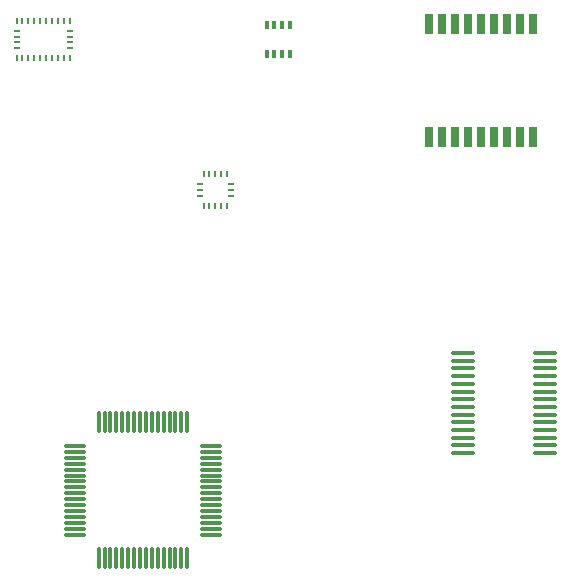
<source format=gbr>
%TF.GenerationSoftware,KiCad,Pcbnew,9.0.6*%
%TF.CreationDate,2026-01-12T20:51:52-08:00*%
%TF.ProjectId,Board1,426f6172-6431-42e6-9b69-6361645f7063,rev?*%
%TF.SameCoordinates,Original*%
%TF.FileFunction,Paste,Top*%
%TF.FilePolarity,Positive*%
%FSLAX46Y46*%
G04 Gerber Fmt 4.6, Leading zero omitted, Abs format (unit mm)*
G04 Created by KiCad (PCBNEW 9.0.6) date 2026-01-12 20:51:52*
%MOMM*%
%LPD*%
G01*
G04 APERTURE LIST*
%ADD10O,0.300000X2.000000*%
%ADD11O,2.000000X0.300000*%
%ADD12R,0.280000X0.600000*%
%ADD13R,0.600000X0.280000*%
%ADD14O,2.015500X0.364000*%
%ADD15R,0.700000X1.800000*%
%ADD16R,0.250000X0.500000*%
%ADD17R,0.500000X0.250000*%
%ADD18O,0.364000X0.767000*%
G04 APERTURE END LIST*
D10*
%TO.C,U1*%
X118879750Y-100906500D03*
X119379750Y-100906500D03*
X119879750Y-100906500D03*
X120379750Y-100906500D03*
X120879750Y-100906500D03*
X121379750Y-100906500D03*
X121879750Y-100906500D03*
X122379750Y-100906500D03*
X122879750Y-100906500D03*
X123379750Y-100906500D03*
X123879750Y-100906500D03*
X124379750Y-100906500D03*
X124879750Y-100906500D03*
X125379750Y-100906500D03*
X125879750Y-100906500D03*
X126379750Y-100906500D03*
D11*
X128379750Y-98906500D03*
X128379750Y-98406500D03*
X128379750Y-97906500D03*
X128379750Y-97406500D03*
X128379750Y-96906500D03*
X128379750Y-96406500D03*
X128379750Y-95906500D03*
X128379750Y-95406500D03*
X128379750Y-94906500D03*
X128379750Y-94406500D03*
X128379750Y-93906500D03*
X128379750Y-93406500D03*
X128379750Y-92906500D03*
X128379750Y-92406500D03*
X128379750Y-91906500D03*
X128379750Y-91406500D03*
D10*
X126379750Y-89406500D03*
X125879750Y-89406500D03*
X125379750Y-89406500D03*
X124879750Y-89406500D03*
X124379750Y-89406500D03*
X123879750Y-89406500D03*
X123379750Y-89406500D03*
X122879750Y-89406500D03*
X122379750Y-89406500D03*
X121879750Y-89406500D03*
X121379750Y-89406500D03*
X120879750Y-89406500D03*
X120379750Y-89406500D03*
X119879750Y-89406500D03*
X119379750Y-89406500D03*
X118879750Y-89406500D03*
D11*
X116879750Y-91406500D03*
X116879750Y-91906500D03*
X116879750Y-92406500D03*
X116879750Y-92906500D03*
X116879750Y-93406500D03*
X116879750Y-93906500D03*
X116879750Y-94406500D03*
X116879750Y-94906500D03*
X116879750Y-95406500D03*
X116879750Y-95906500D03*
X116879750Y-96406500D03*
X116879750Y-96906500D03*
X116879750Y-97406500D03*
X116879750Y-97906500D03*
X116879750Y-98406500D03*
X116879750Y-98906500D03*
%TD*%
D12*
%TO.C,U4*%
X129761750Y-68374000D03*
X129261750Y-68374000D03*
X128761750Y-68374000D03*
X128261750Y-68374000D03*
X127761750Y-68374000D03*
D13*
X127419250Y-69216500D03*
X127419250Y-69716500D03*
X127419250Y-70216500D03*
D12*
X127761750Y-71059000D03*
X128261750Y-71059000D03*
X128761750Y-71059000D03*
X129261750Y-71059000D03*
X129761750Y-71059000D03*
D13*
X130104250Y-70216500D03*
X130104250Y-69716500D03*
X130104250Y-69216500D03*
%TD*%
D14*
%TO.C,U6*%
X149765250Y-83539000D03*
X149765250Y-84189000D03*
X149765250Y-84839000D03*
X149765250Y-85489000D03*
X149765250Y-86139000D03*
X149765250Y-86789000D03*
X149765250Y-87439000D03*
X149765250Y-88089000D03*
X149765250Y-88739000D03*
X149765250Y-89389000D03*
X149765250Y-90039000D03*
X149765250Y-90689000D03*
X149765250Y-91339000D03*
X149765250Y-91989000D03*
X156675250Y-91989000D03*
X156675250Y-91339000D03*
X156675250Y-90689000D03*
X156675250Y-90039000D03*
X156675250Y-89389000D03*
X156675250Y-88739000D03*
X156675250Y-88089000D03*
X156675250Y-87439000D03*
X156675250Y-86789000D03*
X156675250Y-86139000D03*
X156675250Y-85489000D03*
X156675250Y-84839000D03*
X156675250Y-84189000D03*
X156675250Y-83539000D03*
%TD*%
D15*
%TO.C,U5*%
X146886750Y-65269000D03*
X147986750Y-65269000D03*
X149086750Y-65269000D03*
X150186750Y-65269000D03*
X151286750Y-65269000D03*
X152386750Y-65269000D03*
X153486750Y-65269000D03*
X154586750Y-65269000D03*
X155686750Y-65269000D03*
X155686750Y-55669000D03*
X154586750Y-55669000D03*
X153486750Y-55669000D03*
X152386750Y-55669000D03*
X151286750Y-55669000D03*
X150186750Y-55669000D03*
X149086750Y-55669000D03*
X147986750Y-55669000D03*
X146886750Y-55669000D03*
%TD*%
D16*
%TO.C,U3*%
X116425000Y-58551000D03*
D17*
X116425000Y-57738000D03*
X116425000Y-57238000D03*
X116425000Y-56738000D03*
X116425000Y-56238000D03*
D16*
X116425000Y-55425000D03*
X115925000Y-55425000D03*
X115425000Y-55425000D03*
X114925000Y-55425000D03*
X114425000Y-55425000D03*
X113925000Y-55425000D03*
X113425000Y-55425000D03*
X112925000Y-55425000D03*
X112425000Y-55425000D03*
X111925000Y-55425000D03*
D17*
X111925000Y-56238000D03*
X111925000Y-56738000D03*
X111925000Y-57238000D03*
X111925000Y-57738000D03*
D16*
X111925000Y-58551000D03*
X112425000Y-58551000D03*
X112925000Y-58551000D03*
X113425000Y-58551000D03*
X113925000Y-58551000D03*
X114425000Y-58551000D03*
X114925000Y-58551000D03*
X115425000Y-58551000D03*
X115925000Y-58551000D03*
%TD*%
D18*
%TO.C,U2*%
X133095250Y-55729500D03*
X133745250Y-55729500D03*
X134395250Y-55729500D03*
X135045250Y-55729500D03*
X135045250Y-58246500D03*
X134395250Y-58246500D03*
X133745250Y-58246500D03*
X133095250Y-58246500D03*
%TD*%
M02*

</source>
